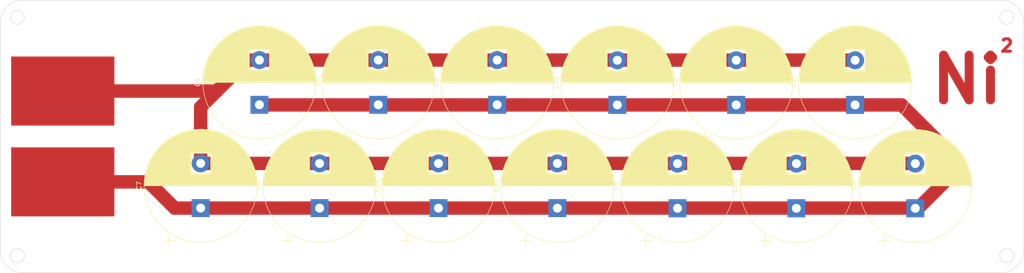
<source format=kicad_pcb>
(kicad_pcb (version 20211014) (generator pcbnew)
  (layers (0 "F.Cu" signal) (31 "B.Cu" signal) (34 "B.Paste" user) (35 "F.Paste" user) (36 "B.SilkS" user "B.Silkscreen") (37 "F.SilkS" user "F.Silkscreen") (38 "B.Mask" user) (39 "F.Mask" user) (44 "Edge.Cuts" user))
  (net 0 "")
  (net 1 "Net-(C1-Pad1)")
  (net 2 "Net-(C1-Pad2)")
  (footprint "Capacitor_THT:CP_Radial_D25.0mm_P10.00mm_SnapIn" (layer "F.Cu") (at 244.99 102.431742 90)
    (fp_text reference "C5" (at 5 -13.75 90) (layer "F.SilkS"))
    (fp_text value "C_Polarized")
    (pad "1" thru_hole rect locked (at 0 0 90) (size 4 4) (drill 2) (layers *.Cu *.Mask) (net 1 "Net-(C1-Pad1)"))
    (pad "2" thru_hole circle locked (at 10 0 90) (size 4 4) (drill 2) (layers *.Cu *.Mask) (net 2 "Net-(C1-Pad2)"))
  )
  (footprint "Capacitor_THT:CP_Radial_D25.0mm_P10.00mm_SnapIn" (layer "F.Cu") (at 111.958 102.395371 90)
    (fp_text reference "C4" (at 5 -13.75 90) (layer "F.SilkS"))
    (fp_text value "C_Polarized")
    (pad "1" thru_hole rect locked (at 0 0 90) (size 4 4) (drill 2) (layers *.Cu *.Mask) (net 1 "Net-(C1-Pad1)"))
    (pad "2" thru_hole circle locked (at 10 0 90) (size 4 4) (drill 2) (layers *.Cu *.Mask) (net 2 "Net-(C1-Pad2)"))
  )
  (footprint "Capacitor_THT:CP_Radial_D25.0mm_P10.00mm_SnapIn" (layer "F.Cu") (at 218.44 102.431742 90)
    (fp_text reference "C11" (at 5 -13.75 90) (layer "F.SilkS"))
    (fp_text value "C_Polarized")
    (pad "1" thru_hole rect locked (at 0 0 90) (size 4 4) (drill 2) (layers *.Cu *.Mask) (net 1 "Net-(C1-Pad1)"))
    (pad "2" thru_hole circle locked (at 10 0 90) (size 4 4) (drill 2) (layers *.Cu *.Mask) (net 2 "Net-(C1-Pad2)"))
  )
  (footprint "Capacitor_THT:CP_Radial_D25.0mm_P10.00mm_SnapIn" (layer "F.Cu") (at 125.068 79.27 90)
    (fp_text reference "C1" (at 5 -13.75 90) (layer "F.SilkS"))
    (fp_text value "C_Polarized")
    (pad "1" thru_hole rect locked (at 0 0 90) (size 4 4) (drill 2) (layers *.Cu *.Mask) (net 1 "Net-(C1-Pad1)"))
    (pad "2" thru_hole circle locked (at 10 0 90) (size 4 4) (drill 2) (layers *.Cu *.Mask) (net 2 "Net-(C1-Pad2)"))
  )
  (footprint "Capacitor_THT:CP_Radial_D25.0mm_P10.00mm_SnapIn" (layer "F.Cu") (at 85.4 102.381742 90)
    (fp_text reference "C7" (at 5 -13.75 90) (layer "F.SilkS"))
    (fp_text value "C_Polarized")
    (pad "1" thru_hole rect locked (at 0 0 90) (size 4 4) (drill 2) (layers *.Cu *.Mask) (net 1 "Net-(C1-Pad1)"))
    (pad "2" thru_hole circle locked (at 10 0 90) (size 4 4) (drill 2) (layers *.Cu *.Mask) (net 2 "Net-(C1-Pad2)"))
  )
  (footprint "Capacitor_THT:CP_Radial_D25.0mm_P10.00mm_SnapIn" (layer "F.Cu") (at 138.508 102.395371 90)
    (fp_text reference "C10" (at 5 -13.75 90) (layer "F.SilkS"))
    (fp_text value "C_Polarized")
    (pad "1" thru_hole rect locked (at 0 0 90) (size 4 4) (drill 2) (layers *.Cu *.Mask) (net 1 "Net-(C1-Pad1)"))
    (pad "2" thru_hole circle locked (at 10 0 90) (size 4 4) (drill 2) (layers *.Cu *.Mask) (net 2 "Net-(C1-Pad2)"))
  )
  (footprint "Capacitor_THT:CP_Radial_D25.0mm_P10.00mm_SnapIn" (layer "F.Cu") (at 178.45 79.306371 90)
    (fp_text reference "C12" (at 5 -13.75 90) (layer "F.SilkS"))
    (fp_text value "C_Polarized")
    (pad "1" thru_hole rect locked (at 0 0 90) (size 4 4) (drill 2) (layers *.Cu *.Mask) (net 1 "Net-(C1-Pad1)"))
    (pad "2" thru_hole circle locked (at 10 0 90) (size 4 4) (drill 2) (layers *.Cu *.Mask) (net 2 "Net-(C1-Pad2)"))
  )
  (footprint "Capacitor_THT:CP_Radial_D25.0mm_P10.00mm_SnapIn" (layer "F.Cu") (at 191.89 102.431742 90)
    (fp_text reference "C8" (at 5 -13.75 90) (layer "F.SilkS"))
    (fp_text value "C_Polarized")
    (pad "1" thru_hole rect locked (at 0 0 90) (size 4 4) (drill 2) (layers *.Cu *.Mask) (net 1 "Net-(C1-Pad1)"))
    (pad "2" thru_hole circle locked (at 10 0 90) (size 4 4) (drill 2) (layers *.Cu *.Mask) (net 2 "Net-(C1-Pad2)"))
  )
  (footprint "Capacitor_THT:CP_Radial_D25.0mm_P10.00mm_SnapIn" (layer "F.Cu") (at 231.55 79.306371 90)
    (fp_text reference "C2" (at 5 -13.75 90) (layer "F.SilkS"))
    (fp_text value "C_Polarized")
    (pad "1" thru_hole rect locked (at 0 0 90) (size 4 4) (drill 2) (layers *.Cu *.Mask) (net 1 "Net-(C1-Pad1)"))
    (pad "2" thru_hole circle locked (at 10 0 90) (size 4 4) (drill 2) (layers *.Cu *.Mask) (net 2 "Net-(C1-Pad2)"))
  )
  (footprint "Capacitor_THT:CP_Radial_D25.0mm_P10.00mm_SnapIn" (layer "F.Cu") (at 98.518 79.27 90)
    (fp_text reference "C9" (at 5 -13.75 90) (layer "F.SilkS"))
    (fp_text value "C_Polarized")
    (pad "1" thru_hole rect locked (at 0 0 90) (size 4 4) (drill 2) (layers *.Cu *.Mask) (net 1 "Net-(C1-Pad1)"))
    (pad "2" thru_hole circle locked (at 10 0 90) (size 4 4) (drill 2) (layers *.Cu *.Mask) (net 2 "Net-(C1-Pad2)"))
  )
  (footprint "Capacitor_THT:CP_Radial_D25.0mm_P10.00mm_SnapIn" (layer "F.Cu") (at 151.618 79.27 90)
    (fp_text reference "C6" (at 5 -13.75 90) (layer "F.SilkS"))
    (fp_text value "C_Polarized")
    (pad "1" thru_hole rect locked (at 0 0 90) (size 4 4) (drill 2) (layers *.Cu *.Mask) (net 1 "Net-(C1-Pad1)"))
    (pad "2" thru_hole circle locked (at 10 0 90) (size 4 4) (drill 2) (layers *.Cu *.Mask) (net 2 "Net-(C1-Pad2)"))
  )
  (footprint "Capacitor_THT:CP_Radial_D25.0mm_P10.00mm_SnapIn" (layer "F.Cu") (at 165.058 102.395371 90)
    (fp_text reference "C13" (at 5 -13.75 90) (layer "F.SilkS"))
    (fp_text value "C_Polarized")
    (pad "1" thru_hole rect locked (at 0 0 90) (size 4 4) (drill 2) (layers *.Cu *.Mask) (net 1 "Net-(C1-Pad1)"))
    (pad "2" thru_hole circle locked (at 10 0 90) (size 4 4) (drill 2) (layers *.Cu *.Mask) (net 2 "Net-(C1-Pad2)"))
  )
  (footprint "Capacitor_THT:CP_Radial_D25.0mm_P10.00mm_SnapIn" (layer "F.Cu") (at 205 79.306371 90)
    (fp_text reference "C3" (at 5 -13.75 90) (layer "F.SilkS"))
    (fp_text value "C_Polarized")
    (pad "1" thru_hole rect locked (at 0 0 90) (size 4 4) (drill 2) (layers *.Cu *.Mask) (net 1 "Net-(C1-Pad1)"))
    (pad "2" thru_hole circle locked (at 10 0 90) (size 4 4) (drill 2) (layers *.Cu *.Mask) (net 2 "Net-(C1-Pad2)"))
  )
  (gr_rect (start 43.18 88.9) (end 66.04 104.14) (layer "F.Cu") (width 0.2) (fill solid))
  (gr_rect (start 43.18 68.58) (end 66.04 83.82) (layer "F.Cu") (width 0.2) (fill solid))
  (gr_circle (center 44.45 113.03) (end 46.05 113.03) (layer "Edge.Cuts") (width 0.1) (fill none))
  (gr_line (start 264.16 116.84) (end 45.72 116.84) (layer "Edge.Cuts") (width 0.1))
  (gr_line (start 45.72 55.88) (end 264.16 55.88) (layer "Edge.Cuts") (width 0.1))
  (gr_arc (start 269.24 111.76) (mid 267.752102 115.352102) (end 264.16 116.84) (layer "Edge.Cuts") (width 0.1))
  (gr_circle (center 44.45 59.69) (end 46.05 59.69) (layer "Edge.Cuts") (width 0.1) (fill none))
  (gr_arc (start 264.16 55.88) (mid 267.752102 57.367898) (end 269.24 60.96) (layer "Edge.Cuts") (width 0.1))
  (gr_arc (start 40.64 60.96) (mid 42.127898 57.367898) (end 45.72 55.88) (layer "Edge.Cuts") (width 0.1))
  (gr_line (start 269.24 60.96) (end 269.24 111.76) (layer "Edge.Cuts") (width 0.1))
  (gr_circle (center 265.43 113.03) (end 267.03 113.03) (layer "Edge.Cuts") (width 0.1) (fill none))
  (gr_arc (start 45.72 116.84) (mid 42.127898 115.352102) (end 40.64 111.76) (layer "Edge.Cuts") (width 0.1))
  (gr_circle (center 265.43 59.69) (end 267.03 59.69) (layer "Edge.Cuts") (width 0.1) (fill none))
  (gr_line (start 40.64 111.76) (end 40.64 60.96) (layer "Edge.Cuts") (width 0.1))
  (gr_text "2" (at 265.43 66.04) (layer "F.Cu") (effects (font (size 2.75 2.75) (thickness 0.6875))))
  (gr_text "Ni" (at 256.54 73.66) (layer "F.Cu") (effects (font (size 10 10) (thickness 2))))
  (segment (start 251.538 96.52) (end 245.626258 102.431742) (width 3) (layer "F.Cu") (net 1))
  (segment (start 241.944371 79.306371) (end 251.538 88.9) (width 3) (layer "F.Cu") (net 1))
  (segment (start 79.599742 102.381742) (end 73.738 96.52) (width 3) (layer "F.Cu") (net 1))
  (segment (start 98.554371 79.306371) (end 98.518 79.27) (width 3) (layer "F.Cu") (net 1))
  (segment (start 73.738 96.52) (end 66.04 96.52) (width 3) (layer "F.Cu") (net 1))
  (segment (start 85.4 102.381742) (end 79.599742 102.381742) (width 3) (layer "F.Cu") (net 1))
  (segment (start 251.538 88.9) (end 251.538 96.52) (width 3) (layer "F.Cu") (net 1))
  (segment (start 85.4 102.381742) (end 244.94 102.381742) (width 3) (layer "F.Cu") (net 1))
  (segment (start 231.55 79.306371) (end 98.554371 79.306371) (width 3) (layer "F.Cu") (net 1))
  (segment (start 231.55 79.306371) (end 241.944371 79.306371) (width 3) (layer "F.Cu") (net 1))
  (segment (start 244.94 102.381742) (end 244.99 102.431742) (width 3) (layer "F.Cu") (net 1))
  (segment (start 245.626258 102.431742) (end 244.99 102.431742) (width 3) (layer "F.Cu") (net 1))
  (segment (start 85.4 79.778) (end 88.978 76.2) (width 3) (layer "F.Cu") (net 2))
  (segment (start 88.978 76.2) (end 66.04 76.2) (width 3) (layer "F.Cu") (net 2))
  (segment (start 98.518 69.27) (end 231.513629 69.27) (width 3) (layer "F.Cu") (net 2))
  (segment (start 91.479 73.699) (end 91.44 73.66) (width 3) (layer "F.Cu") (net 2))
  (segment (start 85.4 92.381742) (end 244.94 92.381742) (width 3) (layer "F.Cu") (net 2))
  (segment (start 88.978 76.2) (end 90.209 74.969) (width 3) (layer "F.Cu") (net 2))
  (segment (start 95.908 69.27) (end 98.518 69.27) (width 3) (layer "F.Cu") (net 2))
  (segment (start 85.4 92.381742) (end 85.4 79.778) (width 3) (layer "F.Cu") (net 2))
  (segment (start 90.209 74.969) (end 91.479 73.699) (width 3) (layer "F.Cu") (net 2))
  (segment (start 231.513629 69.27) (end 231.55 69.306371) (width 3) (layer "F.Cu") (net 2))
  (segment (start 244.94 92.381742) (end 244.99 92.431742) (width 3) (layer "F.Cu") (net 2))
  (segment (start 91.479 73.699) (end 95.908 69.27) (width 3) (layer "F.Cu") (net 2))
)
</source>
